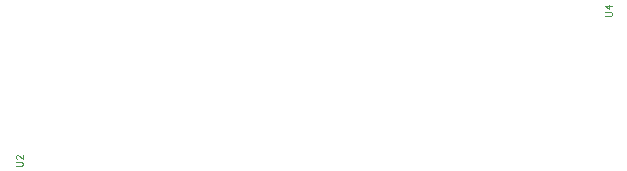
<source format=gm1>
G04*
G04 #@! TF.GenerationSoftware,Altium Limited,Altium Designer,24.2.2 (26)*
G04*
G04 Layer_Color=16711935*
%FSLAX25Y25*%
%MOIN*%
G70*
G04*
G04 #@! TF.SameCoordinates,004D1183-16E1-436D-8927-E0D308D58255*
G04*
G04*
G04 #@! TF.FilePolarity,Positive*
G04*
G01*
G75*
%ADD71C,0.00394*%
D71*
X290639Y231000D02*
X292606D01*
X293000Y231394D01*
Y232181D01*
X292606Y232574D01*
X290639D01*
X293000Y234542D02*
X290639D01*
X291819Y233361D01*
Y234936D01*
X94139Y181000D02*
X96106D01*
X96500Y181394D01*
Y182181D01*
X96106Y182574D01*
X94139D01*
X96500Y184936D02*
Y183361D01*
X94926Y184936D01*
X94532D01*
X94139Y184542D01*
Y183755D01*
X94532Y183361D01*
M02*

</source>
